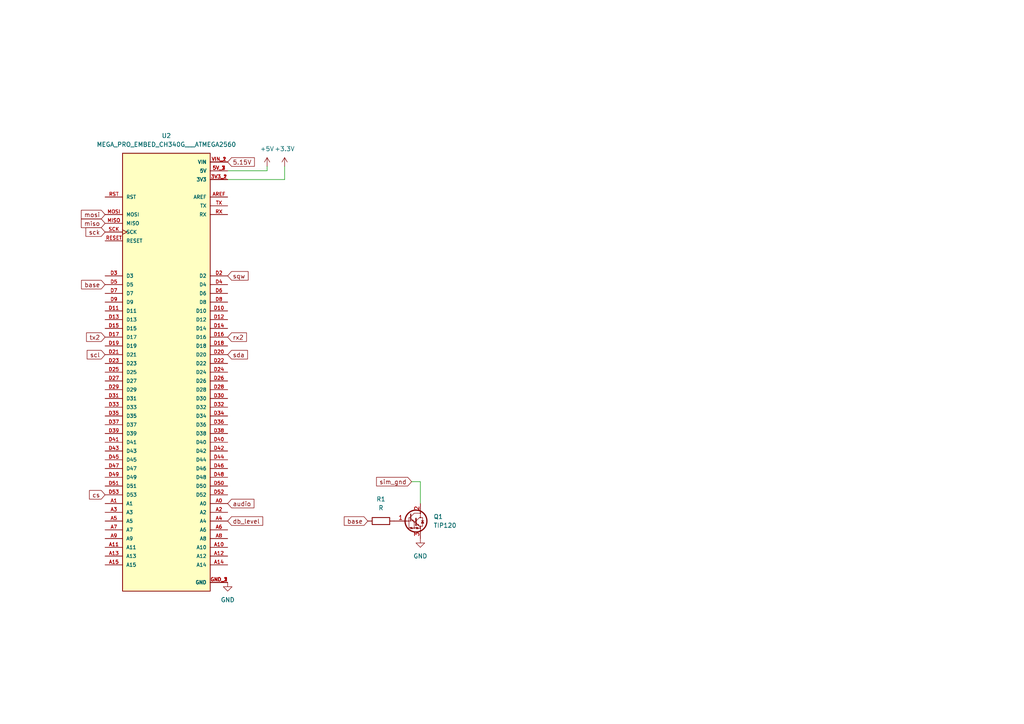
<source format=kicad_sch>
(kicad_sch (version 20230121) (generator eeschema)
  (paper "A4")
  (lib_symbols
    (symbol "Device:R" (pin_numbers hide) (pin_names (offset 0))
      (property "Reference" "R" (at 2.032 0 90))
      (property "Value" "R" (at 0 0 90))
      (symbol "R_0_1"
        (rectangle (start -1.016 -2.54) (end 1.016 2.54) (stroke (width 0.254)))
      )
      (symbol "R_1_1"
        (pin passive line (at 0 3.81 270) (length 1.27) (name "~") (number "1"))
        (pin passive line (at 0 -3.81 90) (length 1.27) (name "~") (number "2"))
      )
    )
    (symbol "MEGA_PRO_EMBED_CH340G___ATMEGA2560:MEGA_PRO_EMBED_CH340G___ATMEGA2560" (pin_names (offset 1.016))
      (property "Reference" "U" (at -12.7 63.5 0))
      (property "Value" "MEGA_PRO_EMBED_CH340G___ATMEGA2560" (at -12.7 -66.04 0))
      (symbol "MEGA_PRO_EMBED_CH340G___ATMEGA2560_0_0"
        (rectangle (start -12.7 -63.5) (end 12.7 63.5) (stroke (width 0.254)) (fill (type background)))
        (pin power_in line (at 17.78 55.88 180) (length 5.08) (name "3V3") (number "3V3_1"))
        (pin power_in line (at 17.78 55.88 180) (length 5.08) (name "3V3") (number "3V3_2"))
        (pin power_in line (at 17.78 58.42 180) (length 5.08) (name "5V") (number "5V_1"))
        (pin power_in line (at 17.78 58.42 180) (length 5.08) (name "5V") (number "5V_2"))
        (pin power_in line (at 17.78 58.42 180) (length 5.08) (name "5V") (number "5V_3"))
        (pin bidirectional line (at 17.78 -38.1 180) (length 5.08) (name "A0") (number "A0"))
        (pin bidirectional line (at -17.78 -38.1 0) (length 5.08) (name "A1") (number "A1"))
        (pin bidirectional line (at 17.78 -50.8 180) (length 5.08) (name "A10") (number "A10"))
        (pin bidirectional line (at -17.78 -50.8 0) (length 5.08) (name "A11") (number "A11"))
        (pin bidirectional line (at 17.78 -53.34 180) (length 5.08) (name "A12") (number "A12"))
        (pin bidirectional line (at -17.78 -53.34 0) (length 5.08) (name "A13") (number "A13"))
        (pin bidirectional line (at 17.78 -55.88 180) (length 5.08) (name "A14") (number "A14"))
        (pin bidirectional line (at -17.78 -55.88 0) (length 5.08) (name "A15") (number "A15"))
        (pin bidirectional line (at 17.78 -40.64 180) (length 5.08) (name "A2") (number "A2"))
        (pin bidirectional line (at -17.78 -40.64 0) (length 5.08) (name "A3") (number "A3"))
        (pin bidirectional line (at 17.78 -43.18 180) (length 5.08) (name "A4") (number "A4"))
        (pin bidirectional line (at -17.78 -43.18 0) (length 5.08) (name "A5") (number "A5"))
        (pin bidirectional line (at 17.78 -45.72 180) (length 5.08) (name "A6") (number "A6"))
        (pin bidirectional line (at -17.78 -45.72 0) (length 5.08) (name "A7") (number "A7"))
        (pin bidirectional line (at 17.78 -48.26 180) (length 5.08) (name "A8") (number "A8"))
        (pin bidirectional line (at -17.78 -48.26 0) (length 5.08) (name "A9") (number "A9"))
        (pin bidirectional line (at 17.78 50.8 180) (length 5.08) (name "AREF") (number "AREF"))
        (pin bidirectional line (at 17.78 17.78 180) (length 5.08) (name "D10") (number "D10"))
        (pin bidirectional line (at -17.78 17.78 0) (length 5.08) (name "D11") (number "D11"))
        (pin bidirectional line (at 17.78 15.24 180) (length 5.08) (name "D12") (number "D12"))
        (pin bidirectional line (at -17.78 15.24 0) (length 5.08) (name "D13") (number "D13"))
        (pin bidirectional line (at 17.78 12.7 180) (length 5.08) (name "D14") (number "D14"))
        (pin bidirectional line (at -17.78 12.7 0) (length 5.08) (name "D15") (number "D15"))
        (pin bidirectional line (at 17.78 10.16 180) (length 5.08) (name "D16") (number "D16"))
        (pin bidirectional line (at -17.78 10.16 0) (length 5.08) (name "D17") (number "D17"))
        (pin bidirectional line (at 17.78 7.62 180) (length 5.08) (name "D18") (number "D18"))
        (pin bidirectional line (at -17.78 7.62 0) (length 5.08) (name "D19") (number "D19"))
        (pin bidirectional line (at 17.78 27.94 180) (length 5.08) (name "D2") (number "D2"))
        (pin bidirectional line (at 17.78 5.08 180) (length 5.08) (name "D20") (number "D20"))
        (pin bidirectional line (at -17.78 5.08 0) (length 5.08) (name "D21") (number "D21"))
        (pin bidirectional line (at 17.78 2.54 180) (length 5.08) (name "D22") (number "D22"))
        (pin bidirectional line (at -17.78 2.54 0) (length 5.08) (name "D23") (number "D23"))
        (pin bidirectional line (at 17.78 0 180) (length 5.08) (name "D24") (number "D24"))
        (pin bidirectional line (at -17.78 0 0) (length 5.08) (name "D25") (number "D25"))
        (pin bidirectional line (at 17.78 -2.54 180) (length 5.08) (name "D26") (number "D26"))
        (pin bidirectional line (at -17.78 -2.54 0) (length 5.08) (name "D27") (number "D27"))
        (pin bidirectional line (at 17.78 -5.08 180) (length 5.08) (name "D28") (number "D28"))
        (pin bidirectional line (at -17.78 -5.08 0) (length 5.08) (name "D29") (number "D29"))
        (pin bidirectional line (at -17.78 27.94 0) (length 5.08) (name "D3") (number "D3"))
        (pin bidirectional line (at 17.78 -7.62 180) (length 5.08) (name "D30") (number "D30"))
        (pin bidirectional line (at -17.78 -7.62 0) (length 5.08) (name "D31") (number "D31"))
        (pin bidirectional line (at 17.78 -10.16 180) (length 5.08) (name "D32") (number "D32"))
        (pin bidirectional line (at -17.78 -10.16 0) (length 5.08) (name "D33") (number "D33"))
        (pin bidirectional line (at 17.78 -12.7 180) (length 5.08) (name "D34") (number "D34"))
        (pin bidirectional line (at -17.78 -12.7 0) (length 5.08) (name "D35") (number "D35"))
        (pin bidirectional line (at 17.78 -15.24 180) (length 5.08) (name "D36") (number "D36"))
        (pin bidirectional line (at -17.78 -15.24 0) (length 5.08) (name "D37") (number "D37"))
        (pin bidirectional line (at 17.78 -17.78 180) (length 5.08) (name "D38") (number "D38"))
        (pin bidirectional line (at -17.78 -17.78 0) (length 5.08) (name "D39") (number "D39"))
        (pin bidirectional line (at 17.78 25.4 180) (length 5.08) (name "D4") (number "D4"))
        (pin bidirectional line (at 17.78 -20.32 180) (length 5.08) (name "D40") (number "D40"))
        (pin bidirectional line (at -17.78 -20.32 0) (length 5.08) (name "D41") (number "D41"))
        (pin bidirectional line (at 17.78 -22.86 180) (length 5.08) (name "D42") (number "D42"))
        (pin bidirectional line (at -17.78 -22.86 0) (length 5.08) (name "D43") (number "D43"))
        (pin bidirectional line (at 17.78 -25.4 180) (length 5.08) (name "D44") (number "D44"))
        (pin bidirectional line (at -17.78 -25.4 0) (length 5.08) (name "D45") (number "D45"))
        (pin bidirectional line (at 17.78 -27.94 180) (length 5.08) (name "D46") (number "D46"))
        (pin bidirectional line (at -17.78 -27.94 0) (length 5.08) (name "D47") (number "D47"))
        (pin bidirectional line (at 17.78 -30.48 180) (length 5.08) (name "D48") (number "D48"))
        (pin bidirectional line (at -17.78 -30.48 0) (length 5.08) (name "D49") (number "D49"))
        (pin bidirectional line (at -17.78 25.4 0) (length 5.08) (name "D5") (number "D5"))
        (pin bidirectional line (at 17.78 -33.02 180) (length 5.08) (name "D50") (number "D50"))
        (pin bidirectional line (at -17.78 -33.02 0) (length 5.08) (name "D51") (number "D51"))
        (pin bidirectional line (at 17.78 -35.56 180) (length 5.08) (name "D52") (number "D52"))
        (pin bidirectional line (at -17.78 -35.56 0) (length 5.08) (name "D53") (number "D53"))
        (pin bidirectional line (at 17.78 22.86 180) (length 5.08) (name "D6") (number "D6"))
        (pin bidirectional line (at -17.78 22.86 0) (length 5.08) (name "D7") (number "D7"))
        (pin bidirectional line (at 17.78 20.32 180) (length 5.08) (name "D8") (number "D8"))
        (pin bidirectional line (at -17.78 20.32 0) (length 5.08) (name "D9") (number "D9"))
        (pin power_in line (at 17.78 -60.96 180) (length 5.08) (name "GND") (number "GND_1"))
        (pin power_in line (at 17.78 -60.96 180) (length 5.08) (name "GND") (number "GND_2"))
        (pin power_in line (at 17.78 -60.96 180) (length 5.08) (name "GND") (number "GND_3"))
        (pin bidirectional line (at -17.78 43.18 0) (length 5.08) (name "MISO") (number "MISO"))
        (pin bidirectional line (at -17.78 45.72 0) (length 5.08) (name "MOSI") (number "MOSI"))
        (pin input line (at -17.78 38.1 0) (length 5.08) (name "RESET") (number "RESET"))
        (pin input line (at -17.78 50.8 0) (length 5.08) (name "RST") (number "RST"))
        (pin input line (at 17.78 45.72 180) (length 5.08) (name "RX") (number "RX"))
        (pin bidirectional clock (at -17.78 40.64 0) (length 5.08) (name "SCK") (number "SCK"))
        (pin output line (at 17.78 48.26 180) (length 5.08) (name "TX") (number "TX"))
        (pin power_in line (at 17.78 60.96 180) (length 5.08) (name "VIN") (number "VIN_1"))
        (pin power_in line (at 17.78 60.96 180) (length 5.08) (name "VIN") (number "VIN_2"))
      )
    )
    (symbol "Transistor_BJT:TIP120" (pin_names (offset 0) hide)
      (property "Reference" "Q" (at 5.08 1.905 0))
      (property "Value" "TIP120" (at 5.08 0 0))
      (symbol "TIP120_0_1"
        (circle (center -0.762 0) (radius 0.127))
        (polyline (pts (xy -1.27 0) (xy -0.889 0)))
        (polyline (pts (xy 2.54 -2.032) (xy 2.54 -2.54)))
        (polyline (pts (xy 2.54 -1.524) (xy 3.175 -1.524)))
        (polyline (pts (xy 2.794 0.127) (xy 3.556 0.127)))
        (polyline (pts (xy 3.175 -0.635) (xy 3.175 -1.524)))
        (polyline (pts (xy 3.175 1.016) (xy 2.54 1.016)))
        (polyline (pts (xy 3.175 1.016) (xy 3.175 0.127)))
        (polyline (pts (xy -0.254 0.762) (xy 0.762 -0.254) (xy 1.27 -0.254)))
        (polyline (pts (xy -0.254 1.016) (xy -0.762 1.016) (xy -0.762 -2.032)))
        (polyline (pts (xy -0.254 1.27) (xy 0.762 2.286) (xy 2.54 2.286)))
        (polyline (pts (xy -0.254 2.032) (xy -0.254 0) (xy -0.254 0)) (stroke (width 0.3048)))
        (polyline (pts (xy 1.27 0.762) (xy 1.27 -1.27) (xy 1.27 -1.27)) (stroke (width 0.381)))
        (polyline (pts (xy 0.635 -0.127) (xy 0.381 0.381) (xy 0.127 0.127) (xy 0.635 -0.127)))
        (polyline (pts (xy 1.27 -0.508) (xy 2.286 -1.524) (xy 2.54 -1.524) (xy 2.54 -2.032)))
        (polyline (pts (xy 1.27 0) (xy 2.286 1.016) (xy 2.54 1.016) (xy 2.54 2.286)))
        (polyline (pts (xy 2.159 -1.397) (xy 1.905 -0.889) (xy 1.651 -1.143) (xy 2.159 -1.397)))
        (polyline (pts (xy 3.175 0.127) (xy 2.794 -0.635) (xy 3.556 -0.635) (xy 3.175 0.127)) (fill (type outline)))
        (polyline (pts (xy 0.762 -2.032) (xy 0.381 -2.032) (xy 0.254 -2.286) (xy 0.127 -1.778) (xy 0 -2.286) (xy -0.127 -1.778) (xy -0.254 -2.286) (xy -0.381 -1.778) (xy -0.508 -2.032) (xy -0.762 -2.032)))
        (polyline (pts (xy 0.762 -0.254) (xy 0.762 -2.032) (xy 1.143 -2.032) (xy 1.27 -1.778) (xy 1.397 -2.286) (xy 1.524 -1.778) (xy 1.651 -2.286) (xy 1.778 -1.778) (xy 1.905 -2.286) (xy 2.032 -2.032) (xy 2.54 -2.032)))
        (circle (center 0.762 -2.032) (radius 0.127))
        (circle (center 0.762 -0.254) (radius 0.127))
        (circle (center 1.27 0) (radius 3.175) (stroke (width 0.3556)))
        (circle (center 2.54 -2.032) (radius 0.127))
        (circle (center 2.54 -1.524) (radius 0.127))
        (circle (center 2.54 1.016) (radius 0.127))
        (circle (center 2.54 2.286) (radius 0.127))
      )
      (symbol "TIP120_1_1"
        (pin input line (at -5.08 0 0) (length 3.81) (name "B") (number "1"))
        (pin passive line (at 2.54 5.08 270) (length 2.667) (name "C") (number "2"))
        (pin passive line (at 2.54 -5.08 90) (length 2.54) (name "E") (number "3"))
      )
    )
    (symbol "power:+3.3V" (power) (pin_names (offset 0))
      (property "Value" "+3.3V" (at 0 3.556 0))
      (symbol "+3.3V_0_1"
        (polyline (pts (xy -0.762 1.27) (xy 0 2.54)))
        (polyline (pts (xy 0 0) (xy 0 2.54)))
        (polyline (pts (xy 0 2.54) (xy 0.762 1.27)))
      )
      (symbol "+3.3V_1_1"
        (pin power_in line (at 0 0 90) (length 0) hide (name "+3.3V") (number "1"))
      )
    )
    (symbol "power:+5V" (power) (pin_names (offset 0))
      (property "Value" "+5V" (at 0 3.556 0))
      (symbol "+5V_0_1"
        (polyline (pts (xy -0.762 1.27) (xy 0 2.54)))
        (polyline (pts (xy 0 0) (xy 0 2.54)))
        (polyline (pts (xy 0 2.54) (xy 0.762 1.27)))
      )
      (symbol "+5V_1_1"
        (pin power_in line (at 0 0 90) (length 0) hide (name "+5V") (number "1"))
      )
    )
    (symbol "power:GND" (power) (pin_names (offset 0))
      (property "Value" "GND" (at 0 -3.81 0))
      (symbol "GND_0_1"
        (polyline (pts (xy 0 0) (xy 0 -1.27) (xy 1.27 -1.27) (xy 0 -2.54) (xy -1.27 -1.27) (xy 0 -1.27)))
      )
      (symbol "GND_1_1"
        (pin power_in line (at 0 0 270) (length 0) hide (name "GND") (number "1"))
      )
    )
  )
  (wire (pts (xy 121.92 139.7) (xy 121.92 146.05)))
  (wire (pts (xy 82.55 52.07) (xy 66.04 52.07)))
  (wire (pts (xy 66.04 49.53) (xy 77.47 49.53)))
  (wire (pts (xy 119.38 139.7) (xy 121.92 139.7)))
  (wire (pts (xy 82.55 48.26) (xy 82.55 52.07)))
  (wire (pts (xy 77.47 49.53) (xy 77.47 48.26)))
  (global_label "db_level" (shape input) (at 66.04 151.13 0) (property "Intersheetrefs" "${INTERSHEET_REFS}" (effects hide)))
  (global_label "base" (shape input) (at 106.68 151.13 180) (property "Intersheetrefs" "${INTERSHEET_REFS}" (effects hide)))
  (global_label "rx2" (shape input) (at 66.04 97.79 0) (property "Intersheetrefs" "${INTERSHEET_REFS}" (effects hide)))
  (global_label "sqw" (shape input) (at 66.04 80.01 0) (property "Intersheetrefs" "${INTERSHEET_REFS}" (effects hide)))
  (global_label "audio" (shape input) (at 66.04 146.05 0) (property "Intersheetrefs" "${INTERSHEET_REFS}" (effects hide)))
  (global_label "scl" (shape input) (at 30.48 102.87 180) (property "Intersheetrefs" "${INTERSHEET_REFS}" (effects hide)))
  (global_label "cs" (shape input) (at 30.48 143.51 180) (property "Intersheetrefs" "${INTERSHEET_REFS}" (effects hide)))
  (global_label "5.15V" (shape input) (at 66.04 46.99 0) (property "Intersheetrefs" "${INTERSHEET_REFS}" (effects hide)))
  (global_label "miso" (shape input) (at 30.48 64.77 180) (property "Intersheetrefs" "${INTERSHEET_REFS}" (effects hide)))
  (global_label "sda" (shape input) (at 66.04 102.87 0) (property "Intersheetrefs" "${INTERSHEET_REFS}" (effects hide)))
  (global_label "sim_gnd" (shape input) (at 119.38 139.7 180) (property "Intersheetrefs" "${INTERSHEET_REFS}" (effects hide)))
  (global_label "sck" (shape input) (at 30.48 67.31 180) (property "Intersheetrefs" "${INTERSHEET_REFS}" (effects hide)))
  (global_label "base" (shape input) (at 30.48 82.55 180) (property "Intersheetrefs" "${INTERSHEET_REFS}" (effects hide)))
  (global_label "tx2" (shape input) (at 30.48 97.79 180) (property "Intersheetrefs" "${INTERSHEET_REFS}" (effects hide)))
  (global_label "mosi" (shape input) (at 30.48 62.23 180) (property "Intersheetrefs" "${INTERSHEET_REFS}" (effects hide)))
  (symbol (lib_id "Device:R") (at 110.49 151.13 270) (unit 1)
    (property "Reference" "R1" (at 110.49 144.78 90))
    (property "Value" "R" (at 110.49 147.32 90))
  )
  (symbol (lib_id "power:+3.3V") (at 82.55 48.26 0) (unit 1)
    (property "Reference" "#PWR02" (effects hide))
    (property "Value" "+3.3V" (at 82.55 43.18 0))
  )
  (symbol (lib_id "power:+5V") (at 77.47 48.26 0) (unit 1)
    (property "Reference" "#PWR03" (effects hide))
    (property "Value" "+5V" (at 77.47 43.18 0))
  )
  (symbol (lib_id "MEGA_PRO_EMBED_CH340G___ATMEGA2560:MEGA_PRO_EMBED_CH340G___ATMEGA2560") (at 48.26 107.95 0) (unit 1)
    (property "Reference" "U2" (at 48.26 39.37 0))
    (property "Value" "MEGA_PRO_EMBED_CH340G___ATMEGA2560" (at 48.26 41.91 0))
    (property "Footprint" "arduino_mega_pro_mini:MODULE_MEGA_PRO_EMBED_CH340G___ATMEGA2560" (effects hide))
    (property "MF" "Robotdyn" (effects hide))
    (property "Description" "\n" (effects hide))
    (property "Package" "None" (effects hide))
    (property "Price" "None" (effects hide))
    (property "Check_prices" "https://www.snapeda.com/parts/Mega%20Pro%20Embed%20CH340G%20/%20ATmega2560/Robotdyn/view-part/?ref=eda" (effects hide))
    (property "STANDARD" "Manufacturer Recommendations" (effects hide))
    (property "PARTREV" "12/May/2017" (effects hide))
    (property "SnapEDA_Link" "https://www.snapeda.com/parts/Mega%20Pro%20Embed%20CH340G%20/%20ATmega2560/Robotdyn/view-part/?ref=snap" (effects hide))
    (property "MP" "Mega Pro Embed CH340G / ATmega2560" (effects hide))
    (property "Availability" "Not in stock" (effects hide))
    (property "MANUFACTURER" "Robotdyn" (effects hide))
  )
  (symbol (lib_id "power:GND") (at 121.92 156.21 0) (unit 1)
    (property "Reference" "#PWR04" (effects hide))
    (property "Value" "GND" (at 121.92 161.29 0))
  )
  (symbol (lib_id "Transistor_BJT:TIP120") (at 119.38 151.13 0) (unit 1)
    (property "Reference" "Q1" (at 125.73 149.86 0) (effects (justify left)))
    (property "Value" "TIP120" (at 125.73 152.4 0) (effects (justify left)))
    (property "Footprint" "Package_TO_SOT_THT:TO-220-3_Vertical" (effects hide))
    (property "Datasheet" "https://www.onsemi.com/pub/Collateral/TIP120-D.PDF" (effects hide))
  )
  (symbol (lib_id "power:GND") (at 66.04 168.91 0) (unit 1)
    (property "Reference" "#PWR01" (effects hide))
    (property "Value" "GND" (at 66.04 173.99 0))
  )
)
</source>
